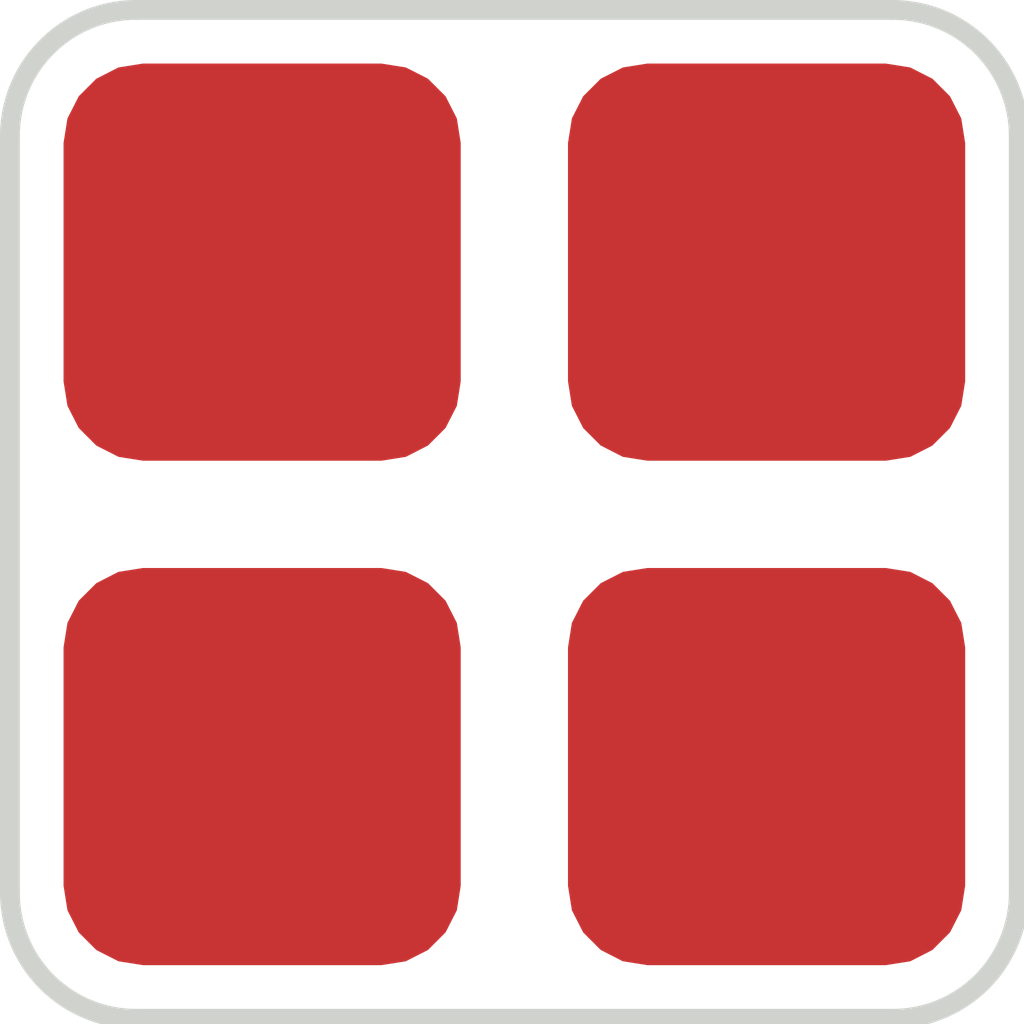
<source format=kicad_pcb>
(kicad_pcb (version 20221018) (generator pcbnew)
  (layers (0 "F.Cu" signal) (31 "B.Cu" signal) (34 "B.Paste" user) (35 "F.Paste" user) (36 "B.SilkS" user "B.Silkscreen") (37 "F.SilkS" user "F.Silkscreen") (38 "B.Mask" user) (39 "F.Mask" user) (44 "Edge.Cuts" user))
  (net 0 "")
  (net 1 "Net-(J1-Pin_1)")
  (net 2 "Net-(J2-Pin_1)")
  (net 3 "Net-(J3-Pin_1)")
  (net 4 "Net-(J4-Pin_1)")
  (footprint "CustSymbols:ManhattanPad" (layer "F.Cu") (at 162.56 99.06)
    (fp_text reference "J2" hide)
    (fp_text value "Conn_01x01_Pin" hide)
    (pad "1" smd roundrect (at 0 0) (size 2 2) (layers "F.Cu" "F.Paste" "F.Mask") (roundrect_rratio 0.2) (net 2 "Net-(J2-Pin_1)"))
  )
  (footprint "CustSymbols:ManhattanPad" (layer "F.Cu") (at 160.02 99.06)
    (fp_text reference "J1" hide)
    (fp_text value "Conn_01x01_Pin" hide)
    (pad "1" smd roundrect (at 0 0) (size 2 2) (layers "F.Cu" "F.Paste" "F.Mask") (roundrect_rratio 0.2) (net 1 "Net-(J1-Pin_1)"))
  )
  (footprint "CustSymbols:ManhattanPad" (layer "F.Cu") (at 160.02 101.6)
    (fp_text reference "J3" hide)
    (fp_text value "Conn_01x01_Pin" hide)
    (pad "1" smd roundrect (at 0 0) (size 2 2) (layers "F.Cu" "F.Paste" "F.Mask") (roundrect_rratio 0.2) (net 3 "Net-(J3-Pin_1)"))
  )
  (footprint "CustSymbols:ManhattanPad" (layer "F.Cu") (at 162.56 101.6)
    (fp_text reference "J4" hide)
    (fp_text value "Conn_01x01_Pin" hide)
    (pad "1" smd roundrect (at 0 0) (size 2 2) (layers "F.Cu" "F.Paste" "F.Mask") (roundrect_rratio 0.2) (net 4 "Net-(J4-Pin_1)"))
  )
  (gr_line (start 158.75 98.425) (end 158.75 102.235) (stroke (width 0.1)) (layer "Edge.Cuts"))
  (gr_line (start 159.385 102.87) (end 163.195 102.87) (stroke (width 0.1)) (layer "Edge.Cuts"))
  (gr_line (start 163.195 97.79) (end 159.385 97.79) (stroke (width 0.1)) (layer "Edge.Cuts"))
  (gr_arc (start 159.385 102.87) (mid 158.935987 102.684013) (end 158.75 102.235) (stroke (width 0.1)) (layer "Edge.Cuts"))
  (gr_arc (start 163.83 102.235) (mid 163.644013 102.684012) (end 163.195 102.87) (stroke (width 0.1)) (layer "Edge.Cuts"))
  (gr_line (start 163.83 102.235) (end 163.83 98.425) (stroke (width 0.1)) (layer "Edge.Cuts"))
  (gr_arc (start 158.75 98.425) (mid 158.935987 97.975987) (end 159.385 97.79) (stroke (width 0.1)) (layer "Edge.Cuts"))
  (gr_arc (start 163.195 97.79) (mid 163.644013 97.975987) (end 163.83 98.425) (stroke (width 0.1)) (layer "Edge.Cuts"))
)
</source>
